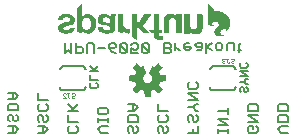
<source format=gbr>
G04 EAGLE Gerber RS-274X export*
G75*
%MOMM*%
%FSLAX34Y34*%
%LPD*%
%INSilkscreen Bottom*%
%IPPOS*%
%AMOC8*
5,1,8,0,0,1.08239X$1,22.5*%
G01*
%ADD10C,0.152400*%
%ADD11C,0.127000*%
%ADD12C,0.203200*%
%ADD13C,0.025400*%

G36*
X128935Y60580D02*
X128935Y60580D01*
X129043Y60594D01*
X129055Y60600D01*
X129069Y60602D01*
X129165Y60654D01*
X129262Y60701D01*
X129272Y60711D01*
X129284Y60717D01*
X129358Y60797D01*
X129435Y60873D01*
X129441Y60885D01*
X129451Y60896D01*
X129496Y60994D01*
X129544Y61091D01*
X129548Y61109D01*
X129552Y61118D01*
X129554Y61139D01*
X129573Y61236D01*
X130016Y65587D01*
X131175Y65958D01*
X131193Y65968D01*
X131290Y66006D01*
X132372Y66563D01*
X135762Y63799D01*
X135856Y63745D01*
X135948Y63688D01*
X135961Y63685D01*
X135973Y63678D01*
X136080Y63657D01*
X136185Y63632D01*
X136199Y63634D01*
X136213Y63631D01*
X136320Y63646D01*
X136428Y63656D01*
X136441Y63662D01*
X136455Y63664D01*
X136552Y63712D01*
X136651Y63757D01*
X136664Y63768D01*
X136673Y63772D01*
X136688Y63788D01*
X136765Y63850D01*
X139350Y66435D01*
X139413Y66524D01*
X139479Y66609D01*
X139484Y66622D01*
X139492Y66634D01*
X139523Y66737D01*
X139559Y66840D01*
X139559Y66854D01*
X139563Y66867D01*
X139559Y66975D01*
X139560Y67084D01*
X139555Y67097D01*
X139555Y67111D01*
X139517Y67213D01*
X139482Y67315D01*
X139473Y67330D01*
X139469Y67339D01*
X139455Y67356D01*
X139401Y67438D01*
X136637Y70828D01*
X137194Y71910D01*
X137200Y71930D01*
X137242Y72025D01*
X137613Y73184D01*
X141964Y73627D01*
X142068Y73655D01*
X142174Y73680D01*
X142186Y73687D01*
X142199Y73690D01*
X142289Y73751D01*
X142382Y73808D01*
X142390Y73819D01*
X142402Y73827D01*
X142468Y73913D01*
X142537Y73997D01*
X142541Y74010D01*
X142550Y74021D01*
X142584Y74124D01*
X142623Y74225D01*
X142624Y74243D01*
X142628Y74252D01*
X142628Y74274D01*
X142637Y74372D01*
X142637Y78028D01*
X142620Y78135D01*
X142606Y78243D01*
X142600Y78255D01*
X142598Y78269D01*
X142546Y78365D01*
X142499Y78462D01*
X142489Y78472D01*
X142483Y78484D01*
X142403Y78558D01*
X142327Y78635D01*
X142315Y78641D01*
X142305Y78651D01*
X142206Y78696D01*
X142109Y78744D01*
X142091Y78748D01*
X142082Y78752D01*
X142061Y78754D01*
X141964Y78773D01*
X137613Y79216D01*
X137242Y80375D01*
X137232Y80393D01*
X137194Y80490D01*
X136637Y81572D01*
X139401Y84962D01*
X139455Y85056D01*
X139512Y85148D01*
X139515Y85161D01*
X139522Y85173D01*
X139543Y85280D01*
X139568Y85385D01*
X139566Y85399D01*
X139569Y85413D01*
X139554Y85520D01*
X139544Y85628D01*
X139538Y85641D01*
X139536Y85655D01*
X139488Y85752D01*
X139443Y85851D01*
X139432Y85864D01*
X139428Y85873D01*
X139412Y85888D01*
X139350Y85965D01*
X136765Y88550D01*
X136676Y88613D01*
X136591Y88679D01*
X136578Y88684D01*
X136566Y88692D01*
X136463Y88723D01*
X136360Y88759D01*
X136346Y88759D01*
X136333Y88763D01*
X136225Y88759D01*
X136116Y88760D01*
X136103Y88755D01*
X136089Y88755D01*
X135987Y88717D01*
X135885Y88682D01*
X135870Y88673D01*
X135861Y88669D01*
X135844Y88655D01*
X135762Y88601D01*
X132372Y85837D01*
X131290Y86394D01*
X131237Y86411D01*
X131188Y86437D01*
X131122Y86448D01*
X131058Y86469D01*
X131002Y86468D01*
X130948Y86477D01*
X130881Y86466D01*
X130814Y86465D01*
X130762Y86447D01*
X130707Y86438D01*
X130647Y86406D01*
X130584Y86383D01*
X130541Y86349D01*
X130492Y86323D01*
X130445Y86274D01*
X130393Y86232D01*
X130363Y86185D01*
X130325Y86145D01*
X130268Y86040D01*
X130260Y86027D01*
X130259Y86022D01*
X130255Y86015D01*
X128102Y80818D01*
X128079Y80719D01*
X128050Y80621D01*
X128051Y80600D01*
X128046Y80580D01*
X128056Y80479D01*
X128061Y80378D01*
X128068Y80358D01*
X128070Y80337D01*
X128112Y80245D01*
X128149Y80150D01*
X128162Y80134D01*
X128171Y80115D01*
X128240Y80041D01*
X128305Y79963D01*
X128328Y79947D01*
X128338Y79937D01*
X128359Y79925D01*
X128426Y79878D01*
X129325Y79372D01*
X130012Y78728D01*
X130527Y77940D01*
X130839Y77052D01*
X130931Y76115D01*
X130798Y75183D01*
X130447Y74309D01*
X129898Y73544D01*
X129184Y72931D01*
X128344Y72506D01*
X127428Y72292D01*
X126486Y72302D01*
X125574Y72536D01*
X124744Y72979D01*
X124043Y73608D01*
X123511Y74385D01*
X123180Y75266D01*
X123067Y76201D01*
X123175Y77118D01*
X123495Y77986D01*
X124009Y78755D01*
X124688Y79382D01*
X125572Y79877D01*
X125652Y79941D01*
X125735Y80001D01*
X125747Y80017D01*
X125763Y80030D01*
X125818Y80116D01*
X125878Y80199D01*
X125884Y80218D01*
X125894Y80235D01*
X125919Y80334D01*
X125949Y80433D01*
X125948Y80452D01*
X125953Y80472D01*
X125944Y80574D01*
X125941Y80676D01*
X125933Y80701D01*
X125932Y80715D01*
X125923Y80737D01*
X125898Y80818D01*
X125790Y81079D01*
X124859Y83326D01*
X124859Y83327D01*
X123928Y85574D01*
X123745Y86015D01*
X123716Y86062D01*
X123695Y86114D01*
X123652Y86165D01*
X123616Y86222D01*
X123573Y86257D01*
X123537Y86300D01*
X123480Y86334D01*
X123428Y86377D01*
X123376Y86396D01*
X123328Y86425D01*
X123262Y86439D01*
X123199Y86463D01*
X123144Y86465D01*
X123090Y86476D01*
X123023Y86469D01*
X122956Y86471D01*
X122902Y86455D01*
X122847Y86448D01*
X122736Y86404D01*
X122722Y86400D01*
X122718Y86397D01*
X122710Y86394D01*
X121628Y85837D01*
X118238Y88601D01*
X118144Y88655D01*
X118052Y88712D01*
X118039Y88715D01*
X118027Y88722D01*
X117920Y88743D01*
X117815Y88768D01*
X117801Y88766D01*
X117787Y88769D01*
X117680Y88754D01*
X117572Y88744D01*
X117559Y88738D01*
X117546Y88736D01*
X117448Y88688D01*
X117349Y88643D01*
X117336Y88632D01*
X117327Y88628D01*
X117312Y88612D01*
X117235Y88550D01*
X114650Y85965D01*
X114587Y85876D01*
X114521Y85791D01*
X114516Y85778D01*
X114508Y85766D01*
X114477Y85663D01*
X114441Y85560D01*
X114441Y85546D01*
X114437Y85533D01*
X114441Y85425D01*
X114440Y85316D01*
X114445Y85303D01*
X114445Y85289D01*
X114483Y85187D01*
X114518Y85085D01*
X114527Y85070D01*
X114531Y85061D01*
X114545Y85044D01*
X114599Y84962D01*
X117363Y81572D01*
X116806Y80490D01*
X116800Y80470D01*
X116758Y80375D01*
X116387Y79216D01*
X112036Y78773D01*
X111932Y78745D01*
X111826Y78720D01*
X111814Y78713D01*
X111801Y78710D01*
X111711Y78649D01*
X111618Y78592D01*
X111610Y78581D01*
X111598Y78573D01*
X111532Y78487D01*
X111464Y78403D01*
X111459Y78390D01*
X111450Y78379D01*
X111416Y78276D01*
X111377Y78175D01*
X111376Y78157D01*
X111372Y78148D01*
X111373Y78126D01*
X111363Y78028D01*
X111363Y74372D01*
X111380Y74265D01*
X111394Y74157D01*
X111400Y74145D01*
X111402Y74131D01*
X111454Y74035D01*
X111501Y73938D01*
X111511Y73928D01*
X111517Y73916D01*
X111597Y73842D01*
X111673Y73765D01*
X111685Y73759D01*
X111696Y73749D01*
X111794Y73704D01*
X111891Y73656D01*
X111909Y73652D01*
X111918Y73648D01*
X111939Y73646D01*
X112036Y73627D01*
X116387Y73184D01*
X116758Y72025D01*
X116768Y72007D01*
X116806Y71910D01*
X117363Y70828D01*
X114599Y67438D01*
X114545Y67344D01*
X114488Y67252D01*
X114485Y67239D01*
X114478Y67227D01*
X114457Y67120D01*
X114432Y67015D01*
X114434Y67001D01*
X114431Y66987D01*
X114446Y66880D01*
X114456Y66772D01*
X114462Y66759D01*
X114464Y66746D01*
X114512Y66648D01*
X114557Y66549D01*
X114568Y66536D01*
X114572Y66527D01*
X114588Y66512D01*
X114650Y66435D01*
X117235Y63850D01*
X117324Y63787D01*
X117409Y63721D01*
X117422Y63716D01*
X117434Y63708D01*
X117537Y63677D01*
X117640Y63641D01*
X117654Y63641D01*
X117667Y63637D01*
X117775Y63641D01*
X117884Y63640D01*
X117897Y63645D01*
X117911Y63645D01*
X118013Y63683D01*
X118115Y63718D01*
X118130Y63727D01*
X118139Y63731D01*
X118156Y63745D01*
X118238Y63799D01*
X121628Y66563D01*
X122710Y66006D01*
X122730Y66000D01*
X122825Y65958D01*
X123984Y65587D01*
X124427Y61236D01*
X124455Y61132D01*
X124480Y61026D01*
X124487Y61014D01*
X124490Y61001D01*
X124551Y60911D01*
X124608Y60818D01*
X124619Y60810D01*
X124627Y60798D01*
X124713Y60732D01*
X124797Y60664D01*
X124810Y60659D01*
X124821Y60650D01*
X124924Y60616D01*
X125025Y60577D01*
X125043Y60576D01*
X125052Y60572D01*
X125074Y60573D01*
X125172Y60563D01*
X128828Y60563D01*
X128935Y60580D01*
G37*
G36*
X188139Y111536D02*
X188139Y111536D01*
X188150Y111532D01*
X189050Y111618D01*
X189059Y111622D01*
X189069Y111621D01*
X189947Y111841D01*
X189955Y111847D01*
X189967Y111848D01*
X190195Y111949D01*
X190551Y112101D01*
X190552Y112101D01*
X191056Y112322D01*
X191066Y112333D01*
X191083Y112338D01*
X191518Y112676D01*
X191521Y112683D01*
X191529Y112687D01*
X191554Y112712D01*
X191555Y112712D01*
X191557Y112713D01*
X191592Y112805D01*
X191551Y112894D01*
X191466Y112927D01*
X190863Y112927D01*
X190352Y112985D01*
X189862Y113123D01*
X189381Y113378D01*
X188986Y113748D01*
X188700Y114208D01*
X188543Y114727D01*
X188531Y115030D01*
X188590Y115330D01*
X188796Y115824D01*
X189079Y116282D01*
X189430Y116692D01*
X189842Y117046D01*
X190744Y117697D01*
X191232Y117946D01*
X191762Y118044D01*
X192300Y117986D01*
X192474Y117921D01*
X192835Y117673D01*
X193109Y117333D01*
X193153Y117231D01*
X193169Y117110D01*
X193169Y116230D01*
X193186Y116189D01*
X193200Y116147D01*
X193205Y116145D01*
X193207Y116139D01*
X193248Y116123D01*
X193288Y116104D01*
X193294Y116106D01*
X193299Y116104D01*
X193326Y116116D01*
X193375Y116132D01*
X194501Y117053D01*
X194507Y117065D01*
X194519Y117072D01*
X195426Y118209D01*
X195429Y118220D01*
X195438Y118228D01*
X195940Y119162D01*
X195941Y119172D01*
X195947Y119180D01*
X196305Y120178D01*
X196305Y120187D01*
X196310Y120196D01*
X196517Y121235D01*
X196515Y121246D01*
X196519Y121256D01*
X196580Y123184D01*
X196575Y123195D01*
X196578Y123207D01*
X196290Y125114D01*
X196284Y125124D01*
X196284Y125136D01*
X195656Y126960D01*
X195649Y126969D01*
X195647Y126981D01*
X194700Y128662D01*
X194692Y128668D01*
X194689Y128679D01*
X193804Y129786D01*
X193796Y129790D01*
X193792Y129799D01*
X192761Y130771D01*
X192753Y130774D01*
X192747Y130782D01*
X191590Y131599D01*
X191580Y131601D01*
X191572Y131609D01*
X190342Y132209D01*
X190331Y132210D01*
X190321Y132218D01*
X189002Y132586D01*
X188991Y132584D01*
X188980Y132590D01*
X187616Y132714D01*
X187611Y132712D01*
X187605Y132714D01*
X185330Y132714D01*
X184962Y132779D01*
X184611Y132906D01*
X183621Y133495D01*
X182767Y134277D01*
X177895Y139759D01*
X177891Y139761D01*
X177889Y139766D01*
X177847Y139782D01*
X177806Y139801D01*
X177802Y139799D01*
X177797Y139801D01*
X177756Y139782D01*
X177714Y139767D01*
X177712Y139762D01*
X177708Y139760D01*
X177679Y139687D01*
X177675Y139676D01*
X177675Y139675D01*
X177675Y124511D01*
X177677Y124506D01*
X177675Y124500D01*
X177745Y123669D01*
X177751Y123658D01*
X177750Y123643D01*
X177990Y122844D01*
X177998Y122834D01*
X178000Y122820D01*
X178401Y122088D01*
X178411Y122080D01*
X178416Y122067D01*
X178886Y121517D01*
X178897Y121512D01*
X178904Y121500D01*
X179474Y121055D01*
X179486Y121052D01*
X179496Y121042D01*
X180144Y120721D01*
X180156Y120720D01*
X180168Y120712D01*
X180867Y120528D01*
X180878Y120530D01*
X180889Y120524D01*
X181829Y120451D01*
X181838Y120454D01*
X181849Y120451D01*
X182789Y120524D01*
X182793Y120526D01*
X182799Y120525D01*
X183282Y120601D01*
X183321Y120626D01*
X183361Y120647D01*
X183362Y120651D01*
X183365Y120653D01*
X183375Y120698D01*
X183387Y120742D01*
X183385Y120746D01*
X183386Y120750D01*
X183361Y120788D01*
X183338Y120827D01*
X183333Y120828D01*
X183331Y120832D01*
X183290Y120840D01*
X183250Y120852D01*
X183092Y120836D01*
X182954Y120864D01*
X182821Y120935D01*
X181997Y121534D01*
X181879Y121648D01*
X181807Y121786D01*
X181714Y122201D01*
X181714Y122629D01*
X181807Y123045D01*
X182013Y123449D01*
X182326Y123777D01*
X182932Y124142D01*
X183610Y124349D01*
X184321Y124384D01*
X184931Y124287D01*
X185517Y124089D01*
X186060Y123796D01*
X186485Y123431D01*
X186800Y122971D01*
X186986Y122446D01*
X187029Y121890D01*
X186927Y121342D01*
X186687Y120839D01*
X186317Y120404D01*
X186248Y120331D01*
X185653Y119700D01*
X185058Y119068D01*
X184864Y118863D01*
X184861Y118853D01*
X184852Y118847D01*
X183665Y117089D01*
X183663Y117076D01*
X183653Y117066D01*
X183373Y116378D01*
X183374Y116363D01*
X183365Y116348D01*
X183266Y115613D01*
X183270Y115598D01*
X183265Y115581D01*
X183352Y114844D01*
X183360Y114831D01*
X183360Y114813D01*
X183627Y114121D01*
X183638Y114110D01*
X183642Y114093D01*
X184073Y113490D01*
X184084Y113483D01*
X184089Y113471D01*
X184785Y112813D01*
X184793Y112810D01*
X184798Y112802D01*
X185575Y112242D01*
X185585Y112239D01*
X185593Y112231D01*
X186373Y111843D01*
X186385Y111842D01*
X186396Y111834D01*
X187236Y111603D01*
X187248Y111604D01*
X187260Y111598D01*
X188128Y111532D01*
X188139Y111536D01*
G37*
G36*
X76996Y114051D02*
X76996Y114051D01*
X77008Y114049D01*
X78093Y114232D01*
X78103Y114239D01*
X78118Y114239D01*
X79142Y114639D01*
X79149Y114647D01*
X79161Y114649D01*
X80063Y115190D01*
X80068Y115196D01*
X80077Y115199D01*
X80901Y115852D01*
X80907Y115862D01*
X80917Y115867D01*
X81709Y116757D01*
X81713Y116770D01*
X81725Y116779D01*
X82304Y117820D01*
X82306Y117832D01*
X82314Y117843D01*
X82988Y119956D01*
X82987Y119967D01*
X82993Y119978D01*
X83276Y122178D01*
X83273Y122189D01*
X83277Y122201D01*
X83159Y124416D01*
X83154Y124426D01*
X83156Y124438D01*
X82833Y125814D01*
X82827Y125823D01*
X82826Y125835D01*
X82270Y127135D01*
X82262Y127143D01*
X82260Y127154D01*
X81488Y128339D01*
X81479Y128345D01*
X81474Y128356D01*
X80817Y129063D01*
X80807Y129067D01*
X80801Y129077D01*
X80033Y129662D01*
X80022Y129664D01*
X80015Y129673D01*
X79159Y130119D01*
X79148Y130120D01*
X79139Y130128D01*
X78220Y130422D01*
X78210Y130421D01*
X78200Y130427D01*
X76988Y130616D01*
X76979Y130614D01*
X76970Y130617D01*
X75743Y130634D01*
X75735Y130631D01*
X75725Y130633D01*
X74508Y130478D01*
X74498Y130473D01*
X74486Y130473D01*
X73642Y130209D01*
X73632Y130201D01*
X73617Y130198D01*
X72848Y129761D01*
X72840Y129751D01*
X72826Y129746D01*
X72166Y129156D01*
X72160Y129144D01*
X72148Y129136D01*
X71628Y128420D01*
X71627Y128418D01*
X71627Y139522D01*
X71609Y139566D01*
X71592Y139610D01*
X71590Y139610D01*
X71589Y139613D01*
X71545Y139630D01*
X71501Y139648D01*
X71499Y139647D01*
X71497Y139648D01*
X71476Y139639D01*
X71416Y139616D01*
X67276Y135882D01*
X67274Y135876D01*
X67268Y135873D01*
X67244Y135813D01*
X67235Y135793D01*
X67236Y135790D01*
X67235Y135788D01*
X67235Y115214D01*
X67250Y115177D01*
X67260Y115138D01*
X67269Y115132D01*
X67273Y115123D01*
X67301Y115112D01*
X67338Y115090D01*
X71224Y114354D01*
X71238Y114357D01*
X71253Y114352D01*
X71285Y114367D01*
X71320Y114375D01*
X71328Y114388D01*
X71342Y114394D01*
X71356Y114433D01*
X71372Y114458D01*
X71369Y114469D01*
X71373Y114480D01*
X71349Y116397D01*
X71483Y116248D01*
X71484Y116247D01*
X71484Y116246D01*
X72373Y115281D01*
X72379Y115279D01*
X72383Y115272D01*
X72726Y114971D01*
X72737Y114967D01*
X72738Y114966D01*
X72739Y114963D01*
X72741Y114963D01*
X72745Y114957D01*
X73139Y114724D01*
X73148Y114723D01*
X73156Y114716D01*
X74477Y114183D01*
X74488Y114183D01*
X74498Y114177D01*
X74980Y114075D01*
X74992Y114077D01*
X75004Y114072D01*
X76985Y114047D01*
X76996Y114051D01*
G37*
G36*
X93487Y114020D02*
X93487Y114020D01*
X93494Y114023D01*
X93503Y114021D01*
X95242Y114251D01*
X95250Y114256D01*
X95261Y114255D01*
X96675Y114680D01*
X96684Y114688D01*
X96698Y114689D01*
X98001Y115383D01*
X98010Y115393D01*
X98024Y115398D01*
X98586Y115881D01*
X98593Y115895D01*
X98607Y115904D01*
X99034Y116509D01*
X99037Y116524D01*
X99049Y116536D01*
X99316Y117227D01*
X99315Y117242D01*
X99323Y117257D01*
X99414Y117993D01*
X99412Y118000D01*
X99415Y118008D01*
X99415Y122834D01*
X99414Y122836D01*
X99415Y122838D01*
X99408Y122853D01*
X99440Y122937D01*
X99415Y127275D01*
X99517Y128612D01*
X99866Y129907D01*
X99940Y130106D01*
X99939Y130131D01*
X99948Y130154D01*
X99937Y130178D01*
X99936Y130204D01*
X99917Y130221D01*
X99907Y130243D01*
X99880Y130254D01*
X99862Y130270D01*
X99843Y130268D01*
X99822Y130276D01*
X95788Y130276D01*
X95752Y130279D01*
X95724Y130270D01*
X95684Y130266D01*
X95647Y130247D01*
X95628Y130225D01*
X95596Y130201D01*
X95575Y130165D01*
X95572Y130148D01*
X95560Y130132D01*
X95484Y129852D01*
X95485Y129849D01*
X95483Y129846D01*
X95256Y128817D01*
X95247Y128794D01*
X95240Y128788D01*
X95232Y128786D01*
X95223Y128787D01*
X95199Y128803D01*
X94372Y129506D01*
X94367Y129508D01*
X94360Y129511D01*
X94352Y129520D01*
X93401Y130060D01*
X93390Y130061D01*
X93380Y130070D01*
X92345Y130422D01*
X92333Y130421D01*
X92323Y130427D01*
X90705Y130668D01*
X90695Y130665D01*
X90684Y130669D01*
X89049Y130631D01*
X89038Y130626D01*
X89024Y130628D01*
X87652Y130320D01*
X87641Y130312D01*
X87626Y130311D01*
X86357Y129705D01*
X86348Y129695D01*
X86334Y129691D01*
X85886Y129349D01*
X85880Y129339D01*
X85868Y129333D01*
X85491Y128913D01*
X85487Y128902D01*
X85477Y128894D01*
X85185Y128411D01*
X85183Y128400D01*
X85175Y128390D01*
X84802Y127397D01*
X84802Y127386D01*
X84796Y127375D01*
X84607Y126331D01*
X84610Y126320D01*
X84605Y126308D01*
X84608Y125247D01*
X84608Y125245D01*
X84608Y125244D01*
X84613Y125233D01*
X84611Y125220D01*
X84817Y124279D01*
X84826Y124267D01*
X84827Y124250D01*
X85256Y123388D01*
X85266Y123379D01*
X85271Y123364D01*
X85769Y122755D01*
X85780Y122749D01*
X85787Y122737D01*
X86397Y122239D01*
X86409Y122236D01*
X86418Y122225D01*
X87114Y121859D01*
X87125Y121858D01*
X87134Y121851D01*
X88619Y121367D01*
X88627Y121368D01*
X88636Y121363D01*
X90173Y121085D01*
X90177Y121086D01*
X90182Y121083D01*
X92388Y120855D01*
X93694Y120629D01*
X94163Y120464D01*
X94591Y120218D01*
X94875Y119957D01*
X94935Y119870D01*
X94977Y119773D01*
X95088Y119252D01*
X95088Y118721D01*
X94977Y118200D01*
X94838Y117886D01*
X94639Y117607D01*
X94386Y117373D01*
X94072Y117180D01*
X93726Y117052D01*
X93357Y116991D01*
X92002Y116941D01*
X91415Y116995D01*
X90854Y117160D01*
X90390Y117415D01*
X90000Y117771D01*
X89705Y118209D01*
X89521Y118704D01*
X89458Y119236D01*
X89458Y119278D01*
X89457Y119280D01*
X89458Y119282D01*
X89438Y119325D01*
X89420Y119369D01*
X89418Y119369D01*
X89417Y119371D01*
X89332Y119404D01*
X85191Y119404D01*
X85190Y119406D01*
X85148Y119416D01*
X85106Y119430D01*
X85100Y119427D01*
X85094Y119428D01*
X85069Y119412D01*
X85024Y119392D01*
X84999Y119366D01*
X84983Y119323D01*
X84964Y119274D01*
X84984Y119231D01*
X85003Y119188D01*
X85125Y118297D01*
X85131Y118286D01*
X85131Y118271D01*
X85465Y117330D01*
X85474Y117320D01*
X85477Y117306D01*
X85996Y116453D01*
X86007Y116445D01*
X86012Y116432D01*
X86695Y115702D01*
X86707Y115697D01*
X86715Y115685D01*
X87532Y115111D01*
X87544Y115108D01*
X87553Y115099D01*
X88711Y114570D01*
X88721Y114570D01*
X88730Y114563D01*
X89959Y114229D01*
X89968Y114230D01*
X89977Y114226D01*
X91717Y114012D01*
X91725Y114015D01*
X91733Y114012D01*
X93487Y114020D01*
G37*
G36*
X118027Y108415D02*
X118027Y108415D01*
X118043Y108413D01*
X118070Y108435D01*
X118101Y108449D01*
X118108Y108465D01*
X118120Y108475D01*
X118122Y108502D01*
X118134Y108534D01*
X118134Y119964D01*
X123609Y114490D01*
X123612Y114489D01*
X123613Y114486D01*
X123698Y114453D01*
X128372Y114453D01*
X128374Y114453D01*
X128375Y114453D01*
X128419Y114473D01*
X128463Y114491D01*
X128463Y114493D01*
X128465Y114494D01*
X128481Y114538D01*
X128498Y114583D01*
X128497Y114585D01*
X128498Y114586D01*
X128460Y114669D01*
X122769Y120235D01*
X129366Y130130D01*
X129373Y130168D01*
X129387Y130205D01*
X129382Y130215D01*
X129384Y130227D01*
X129362Y130258D01*
X129345Y130294D01*
X129334Y130298D01*
X129328Y130307D01*
X129298Y130312D01*
X129260Y130326D01*
X124180Y130301D01*
X124163Y130294D01*
X124145Y130296D01*
X124116Y130274D01*
X124090Y130262D01*
X124085Y130250D01*
X124073Y130240D01*
X119840Y123262D01*
X118185Y124869D01*
X118185Y130277D01*
X118184Y130279D01*
X118185Y130281D01*
X118165Y130324D01*
X118147Y130368D01*
X118145Y130368D01*
X118144Y130370D01*
X118059Y130403D01*
X113919Y130403D01*
X113916Y130402D01*
X113913Y130403D01*
X113830Y130366D01*
X113779Y130315D01*
X113778Y130312D01*
X113775Y130311D01*
X113742Y130226D01*
X113742Y110896D01*
X113750Y110877D01*
X113748Y110857D01*
X113770Y110830D01*
X113780Y110805D01*
X113795Y110800D01*
X113805Y110786D01*
X117945Y108424D01*
X117980Y108420D01*
X118012Y108408D01*
X118027Y108415D01*
G37*
G36*
X144909Y114378D02*
X144909Y114378D01*
X144911Y114377D01*
X144954Y114397D01*
X144998Y114415D01*
X144998Y114417D01*
X145000Y114418D01*
X145033Y114503D01*
X145033Y124500D01*
X145182Y125330D01*
X145525Y126098D01*
X145797Y126460D01*
X146138Y126761D01*
X146533Y126986D01*
X147222Y127209D01*
X147941Y127289D01*
X148662Y127222D01*
X149353Y127010D01*
X149863Y126722D01*
X150294Y126325D01*
X150621Y125840D01*
X150830Y125290D01*
X151055Y124086D01*
X151131Y122856D01*
X151131Y114554D01*
X151132Y114552D01*
X151131Y114550D01*
X151151Y114507D01*
X151169Y114463D01*
X151171Y114463D01*
X151172Y114461D01*
X151257Y114428D01*
X155473Y114428D01*
X155475Y114429D01*
X155477Y114428D01*
X155520Y114448D01*
X155564Y114466D01*
X155564Y114468D01*
X155566Y114469D01*
X155599Y114554D01*
X155599Y130175D01*
X155598Y130177D01*
X155599Y130179D01*
X155579Y130222D01*
X155561Y130266D01*
X155559Y130266D01*
X155558Y130268D01*
X155473Y130301D01*
X151460Y130301D01*
X151458Y130300D01*
X151456Y130301D01*
X151413Y130281D01*
X151369Y130263D01*
X151369Y130261D01*
X151367Y130260D01*
X151334Y130175D01*
X151334Y128118D01*
X150827Y128759D01*
X150819Y128763D01*
X150815Y128772D01*
X149988Y129557D01*
X149979Y129560D01*
X149974Y129568D01*
X149044Y130227D01*
X149035Y130229D01*
X149027Y130237D01*
X148782Y130360D01*
X148771Y130360D01*
X148762Y130367D01*
X148500Y130448D01*
X148491Y130447D01*
X148482Y130452D01*
X147004Y130676D01*
X146996Y130673D01*
X146988Y130677D01*
X145494Y130707D01*
X145484Y130703D01*
X145473Y130706D01*
X144440Y130559D01*
X144430Y130553D01*
X144416Y130553D01*
X143430Y130210D01*
X143421Y130202D01*
X143408Y130200D01*
X142506Y129674D01*
X142499Y129664D01*
X142486Y129659D01*
X142232Y129431D01*
X142226Y129420D01*
X142215Y129412D01*
X141555Y128527D01*
X141552Y128516D01*
X141542Y128507D01*
X141054Y127517D01*
X141054Y127505D01*
X141046Y127495D01*
X140746Y126432D01*
X140748Y126421D01*
X140742Y126409D01*
X140641Y125310D01*
X140643Y125304D01*
X140641Y125298D01*
X140641Y114503D01*
X140642Y114501D01*
X140641Y114499D01*
X140661Y114456D01*
X140679Y114412D01*
X140681Y114412D01*
X140682Y114410D01*
X140767Y114377D01*
X144907Y114377D01*
X144909Y114378D01*
G37*
G36*
X168481Y114072D02*
X168481Y114072D01*
X168492Y114076D01*
X168504Y114074D01*
X169481Y114280D01*
X169493Y114288D01*
X169509Y114289D01*
X170414Y114711D01*
X170423Y114722D01*
X170438Y114726D01*
X171223Y115344D01*
X171229Y115355D01*
X171241Y115361D01*
X171730Y115936D01*
X171733Y115947D01*
X171743Y115954D01*
X172127Y116603D01*
X172129Y116614D01*
X172137Y116623D01*
X172406Y117328D01*
X172406Y117337D01*
X172411Y117346D01*
X172651Y118453D01*
X172649Y118462D01*
X172654Y118470D01*
X172744Y119599D01*
X172742Y119604D01*
X172744Y119609D01*
X172744Y130150D01*
X172743Y130152D01*
X172744Y130154D01*
X172724Y130197D01*
X172706Y130241D01*
X172704Y130241D01*
X172703Y130243D01*
X172618Y130276D01*
X168529Y130276D01*
X168527Y130275D01*
X168525Y130276D01*
X168482Y130256D01*
X168438Y130238D01*
X168438Y130236D01*
X168436Y130235D01*
X168403Y130150D01*
X168403Y120504D01*
X168338Y119786D01*
X168147Y119098D01*
X167837Y118456D01*
X167541Y118069D01*
X167167Y117760D01*
X166732Y117543D01*
X166432Y117466D01*
X166116Y117449D01*
X165011Y117499D01*
X164455Y117586D01*
X163939Y117790D01*
X163482Y118104D01*
X162965Y118673D01*
X162602Y119352D01*
X162386Y120102D01*
X162305Y120885D01*
X162305Y130251D01*
X162304Y130253D01*
X162305Y130255D01*
X162285Y130298D01*
X162267Y130342D01*
X162265Y130342D01*
X162264Y130344D01*
X162179Y130377D01*
X157963Y130377D01*
X157961Y130376D01*
X157959Y130377D01*
X157916Y130357D01*
X157872Y130339D01*
X157872Y130337D01*
X157870Y130336D01*
X157837Y130251D01*
X157837Y114529D01*
X157838Y114527D01*
X157837Y114525D01*
X157857Y114482D01*
X157875Y114438D01*
X157877Y114438D01*
X157878Y114436D01*
X157963Y114403D01*
X162001Y114403D01*
X162003Y114404D01*
X162005Y114403D01*
X162048Y114423D01*
X162092Y114441D01*
X162092Y114443D01*
X162094Y114444D01*
X162127Y114529D01*
X162127Y116597D01*
X162169Y116568D01*
X162283Y116432D01*
X162560Y116054D01*
X162564Y116052D01*
X162566Y116047D01*
X162968Y115574D01*
X162972Y115572D01*
X162973Y115570D01*
X162976Y115568D01*
X162979Y115562D01*
X163111Y115443D01*
X163440Y115146D01*
X163451Y115143D01*
X163458Y115133D01*
X164356Y114566D01*
X164369Y114563D01*
X164380Y114554D01*
X165377Y114185D01*
X165389Y114185D01*
X165402Y114178D01*
X166454Y114023D01*
X166464Y114026D01*
X166475Y114022D01*
X168481Y114072D01*
G37*
G36*
X58832Y114024D02*
X58832Y114024D01*
X58839Y114022D01*
X60232Y114162D01*
X60241Y114167D01*
X60252Y114166D01*
X61603Y114534D01*
X61613Y114542D01*
X61626Y114543D01*
X62723Y115081D01*
X62732Y115091D01*
X62746Y115095D01*
X63705Y115852D01*
X63711Y115862D01*
X63722Y115868D01*
X64070Y116263D01*
X64073Y116272D01*
X64082Y116278D01*
X64368Y116720D01*
X64370Y116730D01*
X64377Y116737D01*
X64733Y117525D01*
X64733Y117530D01*
X64737Y117534D01*
X64940Y118092D01*
X64938Y118126D01*
X64945Y118160D01*
X64936Y118174D01*
X64945Y118186D01*
X64943Y118192D01*
X64947Y118199D01*
X65023Y118910D01*
X65020Y118918D01*
X65023Y118927D01*
X65006Y118964D01*
X64994Y119004D01*
X64986Y119008D01*
X64982Y119016D01*
X64932Y119036D01*
X64906Y119049D01*
X64902Y119047D01*
X64897Y119049D01*
X61011Y119049D01*
X60967Y119031D01*
X60923Y119013D01*
X60922Y119012D01*
X60920Y119011D01*
X60913Y118992D01*
X60885Y118931D01*
X60869Y118671D01*
X60814Y118428D01*
X60664Y118076D01*
X60446Y117763D01*
X60171Y117499D01*
X59748Y117228D01*
X59281Y117039D01*
X58785Y116941D01*
X57938Y116897D01*
X57089Y116941D01*
X56640Y117026D01*
X56216Y117183D01*
X55915Y117378D01*
X55682Y117646D01*
X55527Y117988D01*
X55479Y118360D01*
X55544Y118729D01*
X55728Y119090D01*
X55926Y119295D01*
X56011Y119383D01*
X56686Y119799D01*
X57438Y120071D01*
X59461Y120475D01*
X59462Y120476D01*
X59463Y120476D01*
X61186Y120857D01*
X61193Y120862D01*
X61202Y120862D01*
X62858Y121472D01*
X62864Y121478D01*
X62874Y121479D01*
X63630Y121884D01*
X63636Y121891D01*
X63645Y121894D01*
X64337Y122402D01*
X64342Y122412D01*
X64354Y122417D01*
X64386Y122451D01*
X64686Y122767D01*
X64691Y122779D01*
X64702Y122788D01*
X64954Y123200D01*
X64956Y123214D01*
X64966Y123226D01*
X65303Y124229D01*
X65302Y124244D01*
X65310Y124258D01*
X65404Y125313D01*
X65402Y125317D01*
X65404Y125320D01*
X65401Y125325D01*
X65404Y125333D01*
X65328Y126374D01*
X65324Y126382D01*
X65325Y126392D01*
X65183Y127056D01*
X65176Y127066D01*
X65175Y127079D01*
X64909Y127704D01*
X64901Y127713D01*
X64898Y127725D01*
X64519Y128289D01*
X64509Y128296D01*
X64504Y128307D01*
X63778Y129050D01*
X63768Y129054D01*
X63762Y129065D01*
X62918Y129671D01*
X62908Y129673D01*
X62899Y129682D01*
X61964Y130133D01*
X61953Y130134D01*
X61943Y130141D01*
X60943Y130424D01*
X60935Y130422D01*
X60926Y130427D01*
X59612Y130609D01*
X59605Y130608D01*
X59599Y130610D01*
X58272Y130657D01*
X58266Y130655D01*
X58259Y130657D01*
X55693Y130479D01*
X55684Y130474D01*
X55674Y130476D01*
X54753Y130264D01*
X54742Y130256D01*
X54728Y130255D01*
X53871Y129858D01*
X53865Y129851D01*
X53856Y129849D01*
X52662Y129087D01*
X52658Y129081D01*
X52649Y129078D01*
X52134Y128647D01*
X52129Y128636D01*
X52117Y128630D01*
X51697Y128106D01*
X51693Y128095D01*
X51683Y128086D01*
X51374Y127490D01*
X51373Y127481D01*
X51366Y127473D01*
X50934Y126203D01*
X50935Y126193D01*
X50930Y126184D01*
X50828Y125600D01*
X50829Y125593D01*
X50826Y125587D01*
X50801Y125231D01*
X50803Y125224D01*
X50801Y125218D01*
X50813Y125192D01*
X50816Y125162D01*
X50817Y125161D01*
X50817Y125160D01*
X50828Y125151D01*
X50833Y125138D01*
X50839Y125135D01*
X50842Y125129D01*
X50872Y125117D01*
X50892Y125101D01*
X50894Y125101D01*
X50895Y125100D01*
X50910Y125101D01*
X50922Y125096D01*
X50925Y125097D01*
X50927Y125096D01*
X54788Y125096D01*
X54790Y125097D01*
X54792Y125096D01*
X54835Y125116D01*
X54879Y125134D01*
X54879Y125136D01*
X54881Y125137D01*
X54914Y125222D01*
X54914Y125269D01*
X54943Y125766D01*
X55090Y126228D01*
X55345Y126642D01*
X55388Y126685D01*
X55514Y126811D01*
X55787Y127085D01*
X56314Y127422D01*
X56901Y127639D01*
X57463Y127712D01*
X58793Y127712D01*
X59396Y127638D01*
X59963Y127441D01*
X60476Y127129D01*
X60764Y126845D01*
X60972Y126500D01*
X61089Y126115D01*
X61106Y125711D01*
X61021Y125316D01*
X60841Y124954D01*
X60575Y124650D01*
X60239Y124419D01*
X59132Y123949D01*
X57958Y123643D01*
X54327Y122780D01*
X54320Y122775D01*
X54311Y122775D01*
X53503Y122469D01*
X53496Y122463D01*
X53486Y122461D01*
X52735Y122034D01*
X52729Y122027D01*
X52719Y122023D01*
X52042Y121486D01*
X52037Y121476D01*
X52026Y121470D01*
X51689Y121085D01*
X51685Y121072D01*
X51674Y121063D01*
X51425Y120616D01*
X51424Y120603D01*
X51415Y120592D01*
X51263Y120103D01*
X51265Y120091D01*
X51258Y120078D01*
X51153Y118942D01*
X51156Y118929D01*
X51153Y118916D01*
X51282Y117782D01*
X51288Y117771D01*
X51287Y117757D01*
X51645Y116673D01*
X51653Y116664D01*
X51655Y116650D01*
X51954Y116128D01*
X51964Y116121D01*
X51969Y116108D01*
X52363Y115653D01*
X52374Y115648D01*
X52381Y115637D01*
X52857Y115267D01*
X52868Y115264D01*
X52877Y115255D01*
X54158Y114601D01*
X54169Y114600D01*
X54179Y114593D01*
X55557Y114182D01*
X55568Y114183D01*
X55580Y114177D01*
X57009Y114022D01*
X57016Y114024D01*
X57023Y114022D01*
X58826Y114022D01*
X58832Y114024D01*
G37*
G36*
X138230Y108460D02*
X138230Y108460D01*
X138234Y108459D01*
X139551Y108535D01*
X139573Y108535D01*
X139575Y108536D01*
X139577Y108535D01*
X139620Y108555D01*
X139664Y108573D01*
X139664Y108575D01*
X139666Y108576D01*
X139699Y108661D01*
X139699Y111684D01*
X139698Y111686D01*
X139699Y111688D01*
X139679Y111731D01*
X139661Y111775D01*
X139659Y111775D01*
X139658Y111777D01*
X139573Y111810D01*
X139497Y111810D01*
X139492Y111808D01*
X139485Y111810D01*
X139205Y111784D01*
X138290Y111699D01*
X137390Y111782D01*
X137108Y111879D01*
X136868Y112049D01*
X136686Y112281D01*
X136511Y112704D01*
X136448Y113166D01*
X136448Y114428D01*
X139294Y114428D01*
X139296Y114429D01*
X139298Y114428D01*
X139341Y114448D01*
X139385Y114466D01*
X139385Y114468D01*
X139387Y114469D01*
X139420Y114554D01*
X139420Y117221D01*
X139419Y117223D01*
X139420Y117225D01*
X139400Y117268D01*
X139382Y117312D01*
X139380Y117312D01*
X139379Y117314D01*
X139294Y117347D01*
X136422Y117347D01*
X136422Y130251D01*
X136421Y130253D01*
X136422Y130255D01*
X136402Y130298D01*
X136384Y130342D01*
X136382Y130342D01*
X136381Y130344D01*
X136296Y130377D01*
X132131Y130377D01*
X132129Y130376D01*
X132127Y130377D01*
X132084Y130357D01*
X132040Y130339D01*
X132040Y130337D01*
X132038Y130336D01*
X132005Y130251D01*
X132005Y117371D01*
X128142Y117347D01*
X128141Y117347D01*
X128096Y117327D01*
X128052Y117308D01*
X128051Y117307D01*
X128034Y117262D01*
X128017Y117216D01*
X128017Y117215D01*
X128054Y117132D01*
X130721Y114465D01*
X130724Y114464D01*
X130725Y114461D01*
X130810Y114428D01*
X132056Y114428D01*
X132056Y114097D01*
X132058Y114092D01*
X132056Y114087D01*
X132233Y111953D01*
X132238Y111943D01*
X132237Y111931D01*
X132385Y111364D01*
X132392Y111355D01*
X132393Y111343D01*
X132642Y110812D01*
X132650Y110804D01*
X132653Y110792D01*
X132993Y110315D01*
X133003Y110309D01*
X133009Y110297D01*
X133752Y109587D01*
X133763Y109583D01*
X133771Y109572D01*
X134639Y109022D01*
X134651Y109020D01*
X134661Y109011D01*
X135619Y108642D01*
X135632Y108642D01*
X135643Y108635D01*
X136656Y108461D01*
X136666Y108463D01*
X136677Y108459D01*
X138227Y108459D01*
X138230Y108460D01*
G37*
G36*
X111996Y114123D02*
X111996Y114123D01*
X112039Y114144D01*
X112082Y114164D01*
X112083Y114166D01*
X112084Y114166D01*
X112090Y114184D01*
X112115Y114249D01*
X112115Y118110D01*
X112114Y118112D01*
X112115Y118114D01*
X112095Y118157D01*
X112077Y118201D01*
X112075Y118201D01*
X112074Y118203D01*
X111989Y118236D01*
X111963Y118236D01*
X111954Y118232D01*
X111943Y118235D01*
X111791Y118210D01*
X111788Y118208D01*
X111785Y118209D01*
X111188Y118084D01*
X109663Y118084D01*
X109121Y118176D01*
X108603Y118357D01*
X108124Y118621D01*
X107457Y119181D01*
X106932Y119873D01*
X106571Y120666D01*
X106371Y121485D01*
X106298Y122331D01*
X106298Y130150D01*
X106297Y130152D01*
X106298Y130154D01*
X106278Y130197D01*
X106260Y130241D01*
X106258Y130241D01*
X106257Y130243D01*
X106172Y130276D01*
X102006Y130276D01*
X102004Y130275D01*
X102002Y130276D01*
X101959Y130256D01*
X101915Y130238D01*
X101914Y130236D01*
X101912Y130235D01*
X101880Y130150D01*
X101906Y115265D01*
X101922Y115227D01*
X101932Y115188D01*
X101941Y115183D01*
X101944Y115174D01*
X101973Y115163D01*
X102010Y115141D01*
X105871Y114455D01*
X105884Y114458D01*
X105897Y114453D01*
X105931Y114468D01*
X105967Y114477D01*
X105974Y114488D01*
X105986Y114494D01*
X106002Y114535D01*
X106018Y114561D01*
X106016Y114570D01*
X106019Y114579D01*
X106019Y117359D01*
X106066Y117344D01*
X106245Y117075D01*
X106931Y116034D01*
X106936Y116030D01*
X106939Y116023D01*
X107255Y115640D01*
X107268Y115633D01*
X107276Y115620D01*
X107670Y115318D01*
X107675Y115317D01*
X107678Y115313D01*
X108567Y114728D01*
X108570Y114727D01*
X108573Y114724D01*
X109184Y114371D01*
X109196Y114369D01*
X109207Y114360D01*
X109877Y114137D01*
X109889Y114138D01*
X109901Y114132D01*
X110602Y114048D01*
X110612Y114051D01*
X110624Y114047D01*
X111996Y114123D01*
G37*
%LPC*%
G36*
X74259Y117322D02*
X74259Y117322D01*
X73887Y117396D01*
X73549Y117558D01*
X72837Y118114D01*
X72239Y118794D01*
X71826Y119501D01*
X71559Y120275D01*
X71449Y121090D01*
X71475Y123636D01*
X71599Y124405D01*
X71824Y125080D01*
X71823Y125092D01*
X71829Y125104D01*
X71834Y125141D01*
X71831Y125151D01*
X71835Y125161D01*
X71826Y125179D01*
X71854Y125192D01*
X71898Y125212D01*
X71898Y125213D01*
X71899Y125213D01*
X71932Y125298D01*
X71932Y125336D01*
X71944Y125395D01*
X71986Y125455D01*
X71986Y125456D01*
X71987Y125457D01*
X72038Y125533D01*
X72039Y125539D01*
X72045Y125544D01*
X72344Y126108D01*
X72756Y126577D01*
X73265Y126940D01*
X73943Y127230D01*
X74665Y127382D01*
X75575Y127388D01*
X76466Y127209D01*
X77205Y126871D01*
X77831Y126355D01*
X78303Y125697D01*
X78592Y124936D01*
X78896Y122989D01*
X78893Y121018D01*
X78702Y120048D01*
X78299Y119149D01*
X77702Y118363D01*
X76943Y117733D01*
X76443Y117473D01*
X75901Y117317D01*
X75334Y117272D01*
X74259Y117322D01*
G37*
%LPD*%
%LPC*%
G36*
X94957Y122669D02*
X94957Y122669D01*
X94942Y122674D01*
X94931Y122687D01*
X94724Y122794D01*
X94712Y122795D01*
X94702Y122803D01*
X93738Y123091D01*
X93730Y123090D01*
X93723Y123094D01*
X92731Y123263D01*
X92727Y123263D01*
X92723Y123265D01*
X91280Y123417D01*
X90730Y123522D01*
X90212Y123719D01*
X89738Y124003D01*
X89470Y124247D01*
X89266Y124545D01*
X89046Y125087D01*
X88939Y125663D01*
X88950Y126247D01*
X89021Y126555D01*
X89156Y126840D01*
X89347Y127090D01*
X89709Y127387D01*
X90130Y127590D01*
X90591Y127687D01*
X92119Y127737D01*
X93161Y127588D01*
X93483Y127466D01*
X93774Y127281D01*
X94518Y126562D01*
X94668Y126343D01*
X94775Y126094D01*
X94822Y125929D01*
X95029Y124859D01*
X95099Y123770D01*
X95099Y122936D01*
X95100Y122934D01*
X95099Y122932D01*
X95119Y122889D01*
X95119Y122887D01*
X95099Y122834D01*
X95099Y122542D01*
X94957Y122669D01*
G37*
%LPD*%
D10*
X160782Y29972D02*
X169425Y29972D01*
X169425Y35734D01*
X165104Y32853D02*
X165104Y29972D01*
X169425Y43649D02*
X167985Y45089D01*
X169425Y43649D02*
X169425Y40768D01*
X167985Y39327D01*
X166544Y39327D01*
X165104Y40768D01*
X165104Y43649D01*
X163663Y45089D01*
X162223Y45089D01*
X160782Y43649D01*
X160782Y40768D01*
X162223Y39327D01*
X167985Y48682D02*
X169425Y48682D01*
X167985Y48682D02*
X165104Y51564D01*
X167985Y54445D01*
X169425Y54445D01*
X165104Y51564D02*
X160782Y51564D01*
X160782Y58038D02*
X169425Y58038D01*
X160782Y63800D01*
X169425Y63800D01*
X169425Y71714D02*
X167985Y73155D01*
X169425Y71714D02*
X169425Y68833D01*
X167985Y67393D01*
X162223Y67393D01*
X160782Y68833D01*
X160782Y71714D01*
X162223Y73155D01*
X118625Y34294D02*
X117185Y35734D01*
X118625Y34294D02*
X118625Y31413D01*
X117185Y29972D01*
X115744Y29972D01*
X114304Y31413D01*
X114304Y34294D01*
X112863Y35734D01*
X111423Y35734D01*
X109982Y34294D01*
X109982Y31413D01*
X111423Y29972D01*
X109982Y39327D02*
X118625Y39327D01*
X109982Y39327D02*
X109982Y43649D01*
X111423Y45089D01*
X117185Y45089D01*
X118625Y43649D01*
X118625Y39327D01*
X115744Y48682D02*
X109982Y48682D01*
X115744Y48682D02*
X118625Y51564D01*
X115744Y54445D01*
X109982Y54445D01*
X114304Y54445D02*
X114304Y48682D01*
X142585Y35734D02*
X144025Y34294D01*
X144025Y31413D01*
X142585Y29972D01*
X141144Y29972D01*
X139704Y31413D01*
X139704Y34294D01*
X138263Y35734D01*
X136823Y35734D01*
X135382Y34294D01*
X135382Y31413D01*
X136823Y29972D01*
X144025Y43649D02*
X142585Y45089D01*
X144025Y43649D02*
X144025Y40768D01*
X142585Y39327D01*
X136823Y39327D01*
X135382Y40768D01*
X135382Y43649D01*
X136823Y45089D01*
X135382Y48682D02*
X144025Y48682D01*
X135382Y48682D02*
X135382Y54445D01*
X67825Y34294D02*
X66385Y35734D01*
X67825Y34294D02*
X67825Y31413D01*
X66385Y29972D01*
X60623Y29972D01*
X59182Y31413D01*
X59182Y34294D01*
X60623Y35734D01*
X59182Y39327D02*
X67825Y39327D01*
X59182Y39327D02*
X59182Y45089D01*
X59182Y48682D02*
X67825Y48682D01*
X62063Y48682D02*
X67825Y54445D01*
X63504Y50123D02*
X59182Y54445D01*
X14398Y30226D02*
X8636Y30226D01*
X14398Y30226D02*
X17279Y33107D01*
X14398Y35988D01*
X8636Y35988D01*
X12958Y35988D02*
X12958Y30226D01*
X17279Y43903D02*
X15839Y45343D01*
X17279Y43903D02*
X17279Y41022D01*
X15839Y39581D01*
X14398Y39581D01*
X12958Y41022D01*
X12958Y43903D01*
X11517Y45343D01*
X10077Y45343D01*
X8636Y43903D01*
X8636Y41022D01*
X10077Y39581D01*
X8636Y48936D02*
X17279Y48936D01*
X8636Y48936D02*
X8636Y53258D01*
X10077Y54699D01*
X15839Y54699D01*
X17279Y53258D01*
X17279Y48936D01*
X14398Y58292D02*
X8636Y58292D01*
X14398Y58292D02*
X17279Y61173D01*
X14398Y64054D01*
X8636Y64054D01*
X12958Y64054D02*
X12958Y58292D01*
X33782Y29972D02*
X39544Y29972D01*
X42425Y32853D01*
X39544Y35734D01*
X33782Y35734D01*
X38104Y35734D02*
X38104Y29972D01*
X42425Y43649D02*
X40985Y45089D01*
X42425Y43649D02*
X42425Y40768D01*
X40985Y39327D01*
X39544Y39327D01*
X38104Y40768D01*
X38104Y43649D01*
X36663Y45089D01*
X35223Y45089D01*
X33782Y43649D01*
X33782Y40768D01*
X35223Y39327D01*
X42425Y53004D02*
X40985Y54445D01*
X42425Y53004D02*
X42425Y50123D01*
X40985Y48682D01*
X35223Y48682D01*
X33782Y50123D01*
X33782Y53004D01*
X35223Y54445D01*
X33782Y58038D02*
X42425Y58038D01*
X33782Y58038D02*
X33782Y63800D01*
X186182Y32853D02*
X186182Y29972D01*
X186182Y31413D02*
X194825Y31413D01*
X194825Y32853D02*
X194825Y29972D01*
X194825Y36209D02*
X186182Y36209D01*
X186182Y41971D02*
X194825Y36209D01*
X194825Y41971D02*
X186182Y41971D01*
X186182Y48445D02*
X194825Y48445D01*
X194825Y45564D02*
X194825Y51326D01*
X218785Y35734D02*
X220225Y34294D01*
X220225Y31413D01*
X218785Y29972D01*
X213023Y29972D01*
X211582Y31413D01*
X211582Y34294D01*
X213023Y35734D01*
X215904Y35734D01*
X215904Y32853D01*
X220225Y39327D02*
X211582Y39327D01*
X211582Y45089D02*
X220225Y39327D01*
X220225Y45089D02*
X211582Y45089D01*
X211582Y48682D02*
X220225Y48682D01*
X211582Y48682D02*
X211582Y53004D01*
X213023Y54445D01*
X218785Y54445D01*
X220225Y53004D01*
X220225Y48682D01*
X56642Y97275D02*
X56642Y105918D01*
X59523Y100156D02*
X56642Y97275D01*
X59523Y100156D02*
X62404Y97275D01*
X62404Y105918D01*
X65997Y105918D02*
X65997Y97275D01*
X70319Y97275D01*
X71759Y98715D01*
X71759Y101596D01*
X70319Y103037D01*
X65997Y103037D01*
X75352Y104477D02*
X75352Y97275D01*
X75352Y104477D02*
X76793Y105918D01*
X79674Y105918D01*
X81115Y104477D01*
X81115Y97275D01*
X84708Y101596D02*
X90470Y101596D01*
X96944Y98715D02*
X99825Y97275D01*
X96944Y98715D02*
X94063Y101596D01*
X94063Y104477D01*
X95503Y105918D01*
X98384Y105918D01*
X99825Y104477D01*
X99825Y103037D01*
X98384Y101596D01*
X94063Y101596D01*
X103418Y104477D02*
X103418Y98715D01*
X104859Y97275D01*
X107740Y97275D01*
X109180Y98715D01*
X109180Y104477D01*
X107740Y105918D01*
X104859Y105918D01*
X103418Y104477D01*
X109180Y98715D01*
X112773Y97275D02*
X118535Y97275D01*
X112773Y97275D02*
X112773Y101596D01*
X115654Y100156D01*
X117095Y100156D01*
X118535Y101596D01*
X118535Y104477D01*
X117095Y105918D01*
X114214Y105918D01*
X112773Y104477D01*
X122128Y104477D02*
X122128Y98715D01*
X123569Y97275D01*
X126450Y97275D01*
X127891Y98715D01*
X127891Y104477D01*
X126450Y105918D01*
X123569Y105918D01*
X122128Y104477D01*
X127891Y98715D01*
X140839Y97275D02*
X140839Y105918D01*
X140839Y97275D02*
X145160Y97275D01*
X146601Y98715D01*
X146601Y100156D01*
X145160Y101596D01*
X146601Y103037D01*
X146601Y104477D01*
X145160Y105918D01*
X140839Y105918D01*
X140839Y101596D02*
X145160Y101596D01*
X150194Y100156D02*
X150194Y105918D01*
X150194Y103037D02*
X153075Y100156D01*
X154516Y100156D01*
X159430Y105918D02*
X162312Y105918D01*
X159430Y105918D02*
X157990Y104477D01*
X157990Y101596D01*
X159430Y100156D01*
X162312Y100156D01*
X163752Y101596D01*
X163752Y103037D01*
X157990Y103037D01*
X168786Y100156D02*
X171667Y100156D01*
X173107Y101596D01*
X173107Y105918D01*
X168786Y105918D01*
X167345Y104477D01*
X168786Y103037D01*
X173107Y103037D01*
X176700Y105918D02*
X176700Y97275D01*
X176700Y103037D02*
X181022Y105918D01*
X176700Y103037D02*
X181022Y100156D01*
X185937Y105918D02*
X188818Y105918D01*
X190258Y104477D01*
X190258Y101596D01*
X188818Y100156D01*
X185937Y100156D01*
X184496Y101596D01*
X184496Y104477D01*
X185937Y105918D01*
X193851Y104477D02*
X193851Y100156D01*
X193851Y104477D02*
X195292Y105918D01*
X199614Y105918D01*
X199614Y100156D01*
X204647Y98715D02*
X204647Y104477D01*
X206088Y105918D01*
X206088Y100156D02*
X203207Y100156D01*
X239863Y29972D02*
X245625Y29972D01*
X239863Y29972D02*
X236982Y32853D01*
X239863Y35734D01*
X245625Y35734D01*
X245625Y39327D02*
X236982Y39327D01*
X236982Y43649D01*
X238423Y45089D01*
X244185Y45089D01*
X245625Y43649D01*
X245625Y39327D01*
X245625Y48682D02*
X236982Y48682D01*
X236982Y53004D01*
X238423Y54445D01*
X244185Y54445D01*
X245625Y53004D01*
X245625Y48682D01*
X93225Y29972D02*
X87463Y29972D01*
X84582Y32853D01*
X87463Y35734D01*
X93225Y35734D01*
X84582Y39327D02*
X84582Y42208D01*
X84582Y40768D02*
X93225Y40768D01*
X93225Y42208D02*
X93225Y39327D01*
X93225Y47005D02*
X93225Y49886D01*
X93225Y47005D02*
X91785Y45564D01*
X86023Y45564D01*
X84582Y47005D01*
X84582Y49886D01*
X86023Y51326D01*
X91785Y51326D01*
X93225Y49886D01*
D11*
X84460Y71123D02*
X83401Y72182D01*
X84460Y71123D02*
X84460Y69004D01*
X83401Y67945D01*
X79164Y67945D01*
X78105Y69004D01*
X78105Y71123D01*
X79164Y72182D01*
X78105Y74961D02*
X84460Y74961D01*
X78105Y74961D02*
X78105Y79198D01*
X78105Y81978D02*
X84460Y81978D01*
X80223Y81978D02*
X84460Y86215D01*
X81283Y83037D02*
X78105Y86215D01*
X210401Y68372D02*
X211460Y67313D01*
X211460Y65194D01*
X210401Y64135D01*
X209342Y64135D01*
X208283Y65194D01*
X208283Y67313D01*
X207223Y68372D01*
X206164Y68372D01*
X205105Y67313D01*
X205105Y65194D01*
X206164Y64135D01*
X210401Y71151D02*
X211460Y71151D01*
X210401Y71151D02*
X208283Y73270D01*
X210401Y75388D01*
X211460Y75388D01*
X208283Y73270D02*
X205105Y73270D01*
X205105Y78168D02*
X211460Y78168D01*
X205105Y82405D01*
X211460Y82405D01*
X211460Y88362D02*
X210401Y89421D01*
X211460Y88362D02*
X211460Y86243D01*
X210401Y85184D01*
X206164Y85184D01*
X205105Y86243D01*
X205105Y88362D01*
X206164Y89421D01*
D12*
X198755Y66040D02*
X182245Y66040D01*
X179705Y83820D02*
X179707Y83920D01*
X179713Y84019D01*
X179723Y84119D01*
X179736Y84217D01*
X179754Y84316D01*
X179775Y84413D01*
X179800Y84509D01*
X179829Y84605D01*
X179862Y84699D01*
X179898Y84792D01*
X179938Y84883D01*
X179982Y84973D01*
X180029Y85061D01*
X180079Y85147D01*
X180133Y85231D01*
X180190Y85313D01*
X180250Y85392D01*
X180314Y85470D01*
X180380Y85544D01*
X180449Y85616D01*
X180521Y85685D01*
X180595Y85751D01*
X180673Y85815D01*
X180752Y85875D01*
X180834Y85932D01*
X180918Y85986D01*
X181004Y86036D01*
X181092Y86083D01*
X181182Y86127D01*
X181273Y86167D01*
X181366Y86203D01*
X181460Y86236D01*
X181556Y86265D01*
X181652Y86290D01*
X181749Y86311D01*
X181848Y86329D01*
X181946Y86342D01*
X182046Y86352D01*
X182145Y86358D01*
X182245Y86360D01*
X198755Y86360D02*
X198855Y86358D01*
X198954Y86352D01*
X199054Y86342D01*
X199152Y86329D01*
X199251Y86311D01*
X199348Y86290D01*
X199444Y86265D01*
X199540Y86236D01*
X199634Y86203D01*
X199727Y86167D01*
X199818Y86127D01*
X199908Y86083D01*
X199996Y86036D01*
X200082Y85986D01*
X200166Y85932D01*
X200248Y85875D01*
X200327Y85815D01*
X200405Y85751D01*
X200479Y85685D01*
X200551Y85616D01*
X200620Y85544D01*
X200686Y85470D01*
X200750Y85392D01*
X200810Y85313D01*
X200867Y85231D01*
X200921Y85147D01*
X200971Y85061D01*
X201018Y84973D01*
X201062Y84883D01*
X201102Y84792D01*
X201138Y84699D01*
X201171Y84605D01*
X201200Y84509D01*
X201225Y84413D01*
X201246Y84316D01*
X201264Y84217D01*
X201277Y84119D01*
X201287Y84019D01*
X201293Y83920D01*
X201295Y83820D01*
X201295Y68580D02*
X201293Y68480D01*
X201287Y68381D01*
X201277Y68281D01*
X201264Y68183D01*
X201246Y68084D01*
X201225Y67987D01*
X201200Y67891D01*
X201171Y67795D01*
X201138Y67701D01*
X201102Y67608D01*
X201062Y67517D01*
X201018Y67427D01*
X200971Y67339D01*
X200921Y67253D01*
X200867Y67169D01*
X200810Y67087D01*
X200750Y67008D01*
X200686Y66930D01*
X200620Y66856D01*
X200551Y66784D01*
X200479Y66715D01*
X200405Y66649D01*
X200327Y66585D01*
X200248Y66525D01*
X200166Y66468D01*
X200082Y66414D01*
X199996Y66364D01*
X199908Y66317D01*
X199818Y66273D01*
X199727Y66233D01*
X199634Y66197D01*
X199540Y66164D01*
X199444Y66135D01*
X199348Y66110D01*
X199251Y66089D01*
X199152Y66071D01*
X199054Y66058D01*
X198954Y66048D01*
X198855Y66042D01*
X198755Y66040D01*
X182245Y66040D02*
X182145Y66042D01*
X182046Y66048D01*
X181946Y66058D01*
X181848Y66071D01*
X181749Y66089D01*
X181652Y66110D01*
X181556Y66135D01*
X181460Y66164D01*
X181366Y66197D01*
X181273Y66233D01*
X181182Y66273D01*
X181092Y66317D01*
X181004Y66364D01*
X180918Y66414D01*
X180834Y66468D01*
X180752Y66525D01*
X180673Y66585D01*
X180595Y66649D01*
X180521Y66715D01*
X180449Y66784D01*
X180380Y66856D01*
X180314Y66930D01*
X180250Y67008D01*
X180190Y67087D01*
X180133Y67169D01*
X180079Y67253D01*
X180029Y67339D01*
X179982Y67427D01*
X179938Y67517D01*
X179898Y67608D01*
X179862Y67701D01*
X179829Y67795D01*
X179800Y67891D01*
X179775Y67987D01*
X179754Y68084D01*
X179736Y68183D01*
X179723Y68281D01*
X179713Y68381D01*
X179707Y68480D01*
X179705Y68580D01*
X182245Y86360D02*
X198755Y86360D01*
D13*
X197356Y92205D02*
X197991Y92840D01*
X199262Y92840D01*
X199898Y92205D01*
X199898Y91569D01*
X199262Y90934D01*
X197991Y90934D01*
X197356Y90298D01*
X197356Y89663D01*
X197991Y89027D01*
X199262Y89027D01*
X199898Y89663D01*
X196156Y89663D02*
X195520Y89027D01*
X194885Y89027D01*
X194249Y89663D01*
X194249Y92840D01*
X193614Y92840D02*
X194885Y92840D01*
X192414Y92205D02*
X191778Y92840D01*
X190507Y92840D01*
X189872Y92205D01*
X189872Y91569D01*
X190507Y90934D01*
X191143Y90934D01*
X190507Y90934D02*
X189872Y90298D01*
X189872Y89663D01*
X190507Y89027D01*
X191778Y89027D01*
X192414Y89663D01*
D12*
X71755Y86360D02*
X55245Y86360D01*
X74295Y68580D02*
X74293Y68480D01*
X74287Y68381D01*
X74277Y68281D01*
X74264Y68183D01*
X74246Y68084D01*
X74225Y67987D01*
X74200Y67891D01*
X74171Y67795D01*
X74138Y67701D01*
X74102Y67608D01*
X74062Y67517D01*
X74018Y67427D01*
X73971Y67339D01*
X73921Y67253D01*
X73867Y67169D01*
X73810Y67087D01*
X73750Y67008D01*
X73686Y66930D01*
X73620Y66856D01*
X73551Y66784D01*
X73479Y66715D01*
X73405Y66649D01*
X73327Y66585D01*
X73248Y66525D01*
X73166Y66468D01*
X73082Y66414D01*
X72996Y66364D01*
X72908Y66317D01*
X72818Y66273D01*
X72727Y66233D01*
X72634Y66197D01*
X72540Y66164D01*
X72444Y66135D01*
X72348Y66110D01*
X72251Y66089D01*
X72152Y66071D01*
X72054Y66058D01*
X71954Y66048D01*
X71855Y66042D01*
X71755Y66040D01*
X55245Y66040D02*
X55145Y66042D01*
X55046Y66048D01*
X54946Y66058D01*
X54848Y66071D01*
X54749Y66089D01*
X54652Y66110D01*
X54556Y66135D01*
X54460Y66164D01*
X54366Y66197D01*
X54273Y66233D01*
X54182Y66273D01*
X54092Y66317D01*
X54004Y66364D01*
X53918Y66414D01*
X53834Y66468D01*
X53752Y66525D01*
X53673Y66585D01*
X53595Y66649D01*
X53521Y66715D01*
X53449Y66784D01*
X53380Y66856D01*
X53314Y66930D01*
X53250Y67008D01*
X53190Y67087D01*
X53133Y67169D01*
X53079Y67253D01*
X53029Y67339D01*
X52982Y67427D01*
X52938Y67517D01*
X52898Y67608D01*
X52862Y67701D01*
X52829Y67795D01*
X52800Y67891D01*
X52775Y67987D01*
X52754Y68084D01*
X52736Y68183D01*
X52723Y68281D01*
X52713Y68381D01*
X52707Y68480D01*
X52705Y68580D01*
X52705Y83820D02*
X52707Y83920D01*
X52713Y84019D01*
X52723Y84119D01*
X52736Y84217D01*
X52754Y84316D01*
X52775Y84413D01*
X52800Y84509D01*
X52829Y84605D01*
X52862Y84699D01*
X52898Y84792D01*
X52938Y84883D01*
X52982Y84973D01*
X53029Y85061D01*
X53079Y85147D01*
X53133Y85231D01*
X53190Y85313D01*
X53250Y85392D01*
X53314Y85470D01*
X53380Y85544D01*
X53449Y85616D01*
X53521Y85685D01*
X53595Y85751D01*
X53673Y85815D01*
X53752Y85875D01*
X53834Y85932D01*
X53918Y85986D01*
X54004Y86036D01*
X54092Y86083D01*
X54182Y86127D01*
X54273Y86167D01*
X54366Y86203D01*
X54460Y86236D01*
X54556Y86265D01*
X54652Y86290D01*
X54749Y86311D01*
X54848Y86329D01*
X54946Y86342D01*
X55046Y86352D01*
X55145Y86358D01*
X55245Y86360D01*
X71755Y86360D02*
X71855Y86358D01*
X71954Y86352D01*
X72054Y86342D01*
X72152Y86329D01*
X72251Y86311D01*
X72348Y86290D01*
X72444Y86265D01*
X72540Y86236D01*
X72634Y86203D01*
X72727Y86167D01*
X72818Y86127D01*
X72908Y86083D01*
X72996Y86036D01*
X73082Y85986D01*
X73166Y85932D01*
X73248Y85875D01*
X73327Y85815D01*
X73405Y85751D01*
X73479Y85685D01*
X73551Y85616D01*
X73620Y85544D01*
X73686Y85470D01*
X73750Y85392D01*
X73810Y85313D01*
X73867Y85231D01*
X73921Y85147D01*
X73971Y85061D01*
X74018Y84973D01*
X74062Y84883D01*
X74102Y84792D01*
X74138Y84699D01*
X74171Y84605D01*
X74200Y84509D01*
X74225Y84413D01*
X74246Y84316D01*
X74264Y84217D01*
X74277Y84119D01*
X74287Y84019D01*
X74293Y83920D01*
X74295Y83820D01*
X71755Y66040D02*
X55245Y66040D01*
D13*
X62532Y62741D02*
X63168Y63376D01*
X64439Y63376D01*
X65074Y62741D01*
X65074Y62105D01*
X64439Y61470D01*
X63168Y61470D01*
X62532Y60834D01*
X62532Y60199D01*
X63168Y59563D01*
X64439Y59563D01*
X65074Y60199D01*
X61332Y60199D02*
X60697Y59563D01*
X60061Y59563D01*
X59426Y60199D01*
X59426Y63376D01*
X60061Y63376D02*
X58790Y63376D01*
X57590Y59563D02*
X55048Y59563D01*
X57590Y59563D02*
X55048Y62105D01*
X55048Y62741D01*
X55683Y63376D01*
X56955Y63376D01*
X57590Y62741D01*
X157963Y114529D02*
X157963Y130251D01*
X157963Y114529D02*
X162001Y114529D01*
X162001Y116738D01*
X162077Y116738D01*
X162105Y116736D01*
X162133Y116732D01*
X162160Y116723D01*
X162186Y116712D01*
X162211Y116698D01*
X162234Y116681D01*
X162255Y116662D01*
X162299Y116613D01*
X162342Y116562D01*
X162382Y116510D01*
X162662Y116129D01*
X162737Y116031D01*
X162815Y115934D01*
X162896Y115839D01*
X162979Y115747D01*
X163064Y115656D01*
X163152Y115568D01*
X163242Y115483D01*
X163334Y115399D01*
X163428Y115319D01*
X163525Y115240D01*
X163524Y115240D02*
X163635Y115155D01*
X163747Y115074D01*
X163862Y114995D01*
X163979Y114920D01*
X164097Y114848D01*
X164218Y114779D01*
X164340Y114714D01*
X164465Y114651D01*
X164591Y114593D01*
X164718Y114537D01*
X164847Y114486D01*
X164977Y114437D01*
X165109Y114393D01*
X165241Y114352D01*
X165375Y114314D01*
X165510Y114280D01*
X165645Y114250D01*
X165782Y114224D01*
X165919Y114201D01*
X166056Y114182D01*
X166195Y114167D01*
X166333Y114155D01*
X166472Y114148D01*
X166807Y114138D01*
X167141Y114135D01*
X167476Y114140D01*
X167810Y114152D01*
X168144Y114171D01*
X168478Y114198D01*
X168608Y114212D01*
X168738Y114230D01*
X168866Y114252D01*
X168994Y114277D01*
X169121Y114307D01*
X169248Y114340D01*
X169373Y114377D01*
X169497Y114418D01*
X169620Y114462D01*
X169741Y114510D01*
X169861Y114562D01*
X169979Y114617D01*
X170096Y114676D01*
X170210Y114738D01*
X170323Y114803D01*
X170434Y114872D01*
X170543Y114945D01*
X170649Y115020D01*
X170753Y115099D01*
X170855Y115180D01*
X170954Y115265D01*
X171051Y115353D01*
X171145Y115443D01*
X171233Y115533D01*
X171319Y115626D01*
X171402Y115720D01*
X171482Y115817D01*
X171559Y115917D01*
X171634Y116018D01*
X171706Y116122D01*
X171774Y116227D01*
X171840Y116335D01*
X171903Y116444D01*
X171962Y116555D01*
X172019Y116668D01*
X172072Y116782D01*
X172122Y116898D01*
X172168Y117015D01*
X172212Y117133D01*
X172251Y117253D01*
X172288Y117373D01*
X172343Y117572D01*
X172392Y117772D01*
X172437Y117973D01*
X172477Y118175D01*
X172512Y118378D01*
X172542Y118582D01*
X172567Y118787D01*
X172588Y118992D01*
X172603Y119197D01*
X172613Y119403D01*
X172618Y119609D01*
X172618Y130150D01*
X168529Y130150D01*
X168529Y120498D01*
X168527Y120375D01*
X168522Y120252D01*
X168512Y120129D01*
X168500Y120006D01*
X168483Y119885D01*
X168463Y119763D01*
X168439Y119642D01*
X168411Y119522D01*
X168380Y119403D01*
X168346Y119285D01*
X168308Y119168D01*
X168266Y119052D01*
X168221Y118938D01*
X168172Y118825D01*
X168120Y118713D01*
X168065Y118603D01*
X168007Y118495D01*
X167945Y118389D01*
X167897Y118312D01*
X167845Y118237D01*
X167791Y118164D01*
X167734Y118094D01*
X167674Y118025D01*
X167611Y117959D01*
X167546Y117896D01*
X167478Y117835D01*
X167408Y117778D01*
X167336Y117723D01*
X167261Y117671D01*
X167185Y117621D01*
X167106Y117576D01*
X167026Y117533D01*
X166944Y117493D01*
X166861Y117457D01*
X166776Y117424D01*
X166705Y117400D01*
X166634Y117379D01*
X166561Y117361D01*
X166488Y117347D01*
X166414Y117335D01*
X166340Y117327D01*
X166265Y117322D01*
X166191Y117321D01*
X166116Y117323D01*
X166116Y117322D02*
X164998Y117372D01*
X164998Y117373D02*
X164901Y117380D01*
X164804Y117389D01*
X164708Y117402D01*
X164612Y117419D01*
X164516Y117440D01*
X164422Y117463D01*
X164328Y117491D01*
X164236Y117522D01*
X164145Y117556D01*
X164055Y117594D01*
X163967Y117634D01*
X163880Y117679D01*
X163795Y117726D01*
X163711Y117777D01*
X163630Y117830D01*
X163551Y117887D01*
X163473Y117946D01*
X163399Y118008D01*
X163398Y118009D02*
X163319Y118080D01*
X163241Y118153D01*
X163166Y118230D01*
X163094Y118308D01*
X163024Y118389D01*
X162957Y118472D01*
X162893Y118557D01*
X162831Y118644D01*
X162773Y118734D01*
X162717Y118825D01*
X162664Y118918D01*
X162614Y119012D01*
X162568Y119108D01*
X162524Y119206D01*
X162484Y119305D01*
X162484Y119304D02*
X162441Y119420D01*
X162401Y119538D01*
X162364Y119656D01*
X162331Y119776D01*
X162301Y119896D01*
X162274Y120017D01*
X162250Y120139D01*
X162230Y120261D01*
X162213Y120384D01*
X162199Y120507D01*
X162189Y120631D01*
X162183Y120755D01*
X162179Y120879D01*
X162179Y120880D02*
X162177Y121222D01*
X162179Y121564D01*
X162179Y130251D01*
X157963Y130251D01*
M02*

</source>
